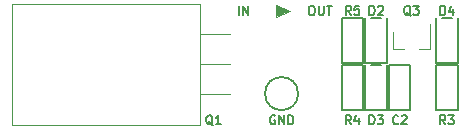
<source format=gto>
%TF.GenerationSoftware,KiCad,Pcbnew,5.1.8*%
%TF.CreationDate,2020-12-29T16:08:40+01:00*%
%TF.ProjectId,RadioPowerProtection,52616469-6f50-46f7-9765-7250726f7465,rev?*%
%TF.SameCoordinates,Original*%
%TF.FileFunction,Legend,Top*%
%TF.FilePolarity,Positive*%
%FSLAX46Y46*%
G04 Gerber Fmt 4.6, Leading zero omitted, Abs format (unit mm)*
G04 Created by KiCad (PCBNEW 5.1.8) date 2020-12-29 16:08:40*
%MOMM*%
%LPD*%
G01*
G04 APERTURE LIST*
%ADD10C,0.100000*%
%ADD11C,0.150000*%
%ADD12C,0.200000*%
%ADD13C,0.120000*%
G04 APERTURE END LIST*
D10*
G36*
X148750000Y-88000000D02*
G01*
X147500000Y-88500000D01*
X147500000Y-87500000D01*
X148750000Y-88000000D01*
G37*
X148750000Y-88000000D02*
X147500000Y-88500000D01*
X147500000Y-87500000D01*
X148750000Y-88000000D01*
D11*
X150500000Y-87589285D02*
X150642857Y-87589285D01*
X150714285Y-87625000D01*
X150785714Y-87696428D01*
X150821428Y-87839285D01*
X150821428Y-88089285D01*
X150785714Y-88232142D01*
X150714285Y-88303571D01*
X150642857Y-88339285D01*
X150500000Y-88339285D01*
X150428571Y-88303571D01*
X150357142Y-88232142D01*
X150321428Y-88089285D01*
X150321428Y-87839285D01*
X150357142Y-87696428D01*
X150428571Y-87625000D01*
X150500000Y-87589285D01*
X151142857Y-87589285D02*
X151142857Y-88196428D01*
X151178571Y-88267857D01*
X151214285Y-88303571D01*
X151285714Y-88339285D01*
X151428571Y-88339285D01*
X151500000Y-88303571D01*
X151535714Y-88267857D01*
X151571428Y-88196428D01*
X151571428Y-87589285D01*
X151821428Y-87589285D02*
X152250000Y-87589285D01*
X152035714Y-88339285D02*
X152035714Y-87589285D01*
X144357142Y-88339285D02*
X144357142Y-87589285D01*
X144714285Y-88339285D02*
X144714285Y-87589285D01*
X145142857Y-88339285D01*
X145142857Y-87589285D01*
D12*
%TO.C,D2*%
X155100000Y-88600000D02*
X155100000Y-92400000D01*
X155100000Y-92400000D02*
X156900000Y-92400000D01*
X156900000Y-92400000D02*
X156900000Y-88600000D01*
X156400000Y-88600000D02*
X155600000Y-88600000D01*
%TO.C,D3*%
X155100000Y-92600000D02*
X155100000Y-96400000D01*
X155100000Y-96400000D02*
X156900000Y-96400000D01*
X156900000Y-96400000D02*
X156900000Y-92600000D01*
X156400000Y-92600000D02*
X155600000Y-92600000D01*
%TO.C,D4*%
X161100000Y-88600000D02*
X161100000Y-92400000D01*
X161100000Y-92400000D02*
X162900000Y-92400000D01*
X162900000Y-92400000D02*
X162900000Y-88600000D01*
X162400000Y-88600000D02*
X161600000Y-88600000D01*
D13*
%TO.C,Q1*%
X141060000Y-89960000D02*
X143600000Y-89960000D01*
X141060000Y-92500000D02*
X143600000Y-92500000D01*
X141060000Y-95040000D02*
X143600000Y-95040000D01*
X125170000Y-87380000D02*
X141060000Y-87380000D01*
X125170000Y-97620000D02*
X141060000Y-97620000D01*
X125170000Y-97620000D02*
X125170000Y-87380000D01*
X141060000Y-97620000D02*
X141060000Y-87380000D01*
D11*
%TO.C,GND*%
X149400000Y-95000000D02*
G75*
G03*
X149400000Y-95000000I-1400000J0D01*
G01*
D12*
%TO.C,R3*%
X161100000Y-96400000D02*
X162900000Y-96400000D01*
X161100000Y-92600000D02*
X161100000Y-96400000D01*
X162900000Y-92600000D02*
X161100000Y-92600000D01*
X162900000Y-96400000D02*
X162900000Y-92600000D01*
D13*
%TO.C,Q3*%
X157420000Y-91260000D02*
X158350000Y-91260000D01*
X160580000Y-91260000D02*
X159650000Y-91260000D01*
X160580000Y-91260000D02*
X160580000Y-89100000D01*
X157420000Y-91260000D02*
X157420000Y-89800000D01*
D12*
%TO.C,R5*%
X153100000Y-92400000D02*
X154900000Y-92400000D01*
X153100000Y-88600000D02*
X153100000Y-92400000D01*
X154900000Y-88600000D02*
X153100000Y-88600000D01*
X154900000Y-92400000D02*
X154900000Y-88600000D01*
%TO.C,R4*%
X153100000Y-96400000D02*
X154900000Y-96400000D01*
X153100000Y-92600000D02*
X153100000Y-96400000D01*
X154900000Y-92600000D02*
X153100000Y-92600000D01*
X154900000Y-96400000D02*
X154900000Y-92600000D01*
%TO.C,C2*%
X157100000Y-96400000D02*
X158900000Y-96400000D01*
X157100000Y-92600000D02*
X157100000Y-96400000D01*
X158900000Y-92600000D02*
X157100000Y-92600000D01*
X158900000Y-96400000D02*
X158900000Y-92600000D01*
%TO.C,D2*%
D11*
X155446428Y-88339285D02*
X155446428Y-87589285D01*
X155625000Y-87589285D01*
X155732142Y-87625000D01*
X155803571Y-87696428D01*
X155839285Y-87767857D01*
X155875000Y-87910714D01*
X155875000Y-88017857D01*
X155839285Y-88160714D01*
X155803571Y-88232142D01*
X155732142Y-88303571D01*
X155625000Y-88339285D01*
X155446428Y-88339285D01*
X156160714Y-87660714D02*
X156196428Y-87625000D01*
X156267857Y-87589285D01*
X156446428Y-87589285D01*
X156517857Y-87625000D01*
X156553571Y-87660714D01*
X156589285Y-87732142D01*
X156589285Y-87803571D01*
X156553571Y-87910714D01*
X156125000Y-88339285D01*
X156589285Y-88339285D01*
%TO.C,D3*%
X155446428Y-97589285D02*
X155446428Y-96839285D01*
X155625000Y-96839285D01*
X155732142Y-96875000D01*
X155803571Y-96946428D01*
X155839285Y-97017857D01*
X155875000Y-97160714D01*
X155875000Y-97267857D01*
X155839285Y-97410714D01*
X155803571Y-97482142D01*
X155732142Y-97553571D01*
X155625000Y-97589285D01*
X155446428Y-97589285D01*
X156125000Y-96839285D02*
X156589285Y-96839285D01*
X156339285Y-97125000D01*
X156446428Y-97125000D01*
X156517857Y-97160714D01*
X156553571Y-97196428D01*
X156589285Y-97267857D01*
X156589285Y-97446428D01*
X156553571Y-97517857D01*
X156517857Y-97553571D01*
X156446428Y-97589285D01*
X156232142Y-97589285D01*
X156160714Y-97553571D01*
X156125000Y-97517857D01*
%TO.C,D4*%
X161446428Y-88339285D02*
X161446428Y-87589285D01*
X161625000Y-87589285D01*
X161732142Y-87625000D01*
X161803571Y-87696428D01*
X161839285Y-87767857D01*
X161875000Y-87910714D01*
X161875000Y-88017857D01*
X161839285Y-88160714D01*
X161803571Y-88232142D01*
X161732142Y-88303571D01*
X161625000Y-88339285D01*
X161446428Y-88339285D01*
X162517857Y-87839285D02*
X162517857Y-88339285D01*
X162339285Y-87553571D02*
X162160714Y-88089285D01*
X162625000Y-88089285D01*
%TO.C,Q1*%
X142178571Y-97660714D02*
X142107142Y-97625000D01*
X142035714Y-97553571D01*
X141928571Y-97446428D01*
X141857142Y-97410714D01*
X141785714Y-97410714D01*
X141821428Y-97589285D02*
X141750000Y-97553571D01*
X141678571Y-97482142D01*
X141642857Y-97339285D01*
X141642857Y-97089285D01*
X141678571Y-96946428D01*
X141750000Y-96875000D01*
X141821428Y-96839285D01*
X141964285Y-96839285D01*
X142035714Y-96875000D01*
X142107142Y-96946428D01*
X142142857Y-97089285D01*
X142142857Y-97339285D01*
X142107142Y-97482142D01*
X142035714Y-97553571D01*
X141964285Y-97589285D01*
X141821428Y-97589285D01*
X142857142Y-97589285D02*
X142428571Y-97589285D01*
X142642857Y-97589285D02*
X142642857Y-96839285D01*
X142571428Y-96946428D01*
X142500000Y-97017857D01*
X142428571Y-97053571D01*
%TO.C,GND*%
X147428571Y-96875000D02*
X147357142Y-96839285D01*
X147250000Y-96839285D01*
X147142857Y-96875000D01*
X147071428Y-96946428D01*
X147035714Y-97017857D01*
X147000000Y-97160714D01*
X147000000Y-97267857D01*
X147035714Y-97410714D01*
X147071428Y-97482142D01*
X147142857Y-97553571D01*
X147250000Y-97589285D01*
X147321428Y-97589285D01*
X147428571Y-97553571D01*
X147464285Y-97517857D01*
X147464285Y-97267857D01*
X147321428Y-97267857D01*
X147785714Y-97589285D02*
X147785714Y-96839285D01*
X148214285Y-97589285D01*
X148214285Y-96839285D01*
X148571428Y-97589285D02*
X148571428Y-96839285D01*
X148750000Y-96839285D01*
X148857142Y-96875000D01*
X148928571Y-96946428D01*
X148964285Y-97017857D01*
X149000000Y-97160714D01*
X149000000Y-97267857D01*
X148964285Y-97410714D01*
X148928571Y-97482142D01*
X148857142Y-97553571D01*
X148750000Y-97589285D01*
X148571428Y-97589285D01*
%TO.C,R3*%
X161875000Y-97589285D02*
X161625000Y-97232142D01*
X161446428Y-97589285D02*
X161446428Y-96839285D01*
X161732142Y-96839285D01*
X161803571Y-96875000D01*
X161839285Y-96910714D01*
X161875000Y-96982142D01*
X161875000Y-97089285D01*
X161839285Y-97160714D01*
X161803571Y-97196428D01*
X161732142Y-97232142D01*
X161446428Y-97232142D01*
X162125000Y-96839285D02*
X162589285Y-96839285D01*
X162339285Y-97125000D01*
X162446428Y-97125000D01*
X162517857Y-97160714D01*
X162553571Y-97196428D01*
X162589285Y-97267857D01*
X162589285Y-97446428D01*
X162553571Y-97517857D01*
X162517857Y-97553571D01*
X162446428Y-97589285D01*
X162232142Y-97589285D01*
X162160714Y-97553571D01*
X162125000Y-97517857D01*
%TO.C,Q3*%
X158928571Y-88410714D02*
X158857142Y-88375000D01*
X158785714Y-88303571D01*
X158678571Y-88196428D01*
X158607142Y-88160714D01*
X158535714Y-88160714D01*
X158571428Y-88339285D02*
X158500000Y-88303571D01*
X158428571Y-88232142D01*
X158392857Y-88089285D01*
X158392857Y-87839285D01*
X158428571Y-87696428D01*
X158500000Y-87625000D01*
X158571428Y-87589285D01*
X158714285Y-87589285D01*
X158785714Y-87625000D01*
X158857142Y-87696428D01*
X158892857Y-87839285D01*
X158892857Y-88089285D01*
X158857142Y-88232142D01*
X158785714Y-88303571D01*
X158714285Y-88339285D01*
X158571428Y-88339285D01*
X159142857Y-87589285D02*
X159607142Y-87589285D01*
X159357142Y-87875000D01*
X159464285Y-87875000D01*
X159535714Y-87910714D01*
X159571428Y-87946428D01*
X159607142Y-88017857D01*
X159607142Y-88196428D01*
X159571428Y-88267857D01*
X159535714Y-88303571D01*
X159464285Y-88339285D01*
X159250000Y-88339285D01*
X159178571Y-88303571D01*
X159142857Y-88267857D01*
%TO.C,R5*%
X153875000Y-88339285D02*
X153625000Y-87982142D01*
X153446428Y-88339285D02*
X153446428Y-87589285D01*
X153732142Y-87589285D01*
X153803571Y-87625000D01*
X153839285Y-87660714D01*
X153875000Y-87732142D01*
X153875000Y-87839285D01*
X153839285Y-87910714D01*
X153803571Y-87946428D01*
X153732142Y-87982142D01*
X153446428Y-87982142D01*
X154553571Y-87589285D02*
X154196428Y-87589285D01*
X154160714Y-87946428D01*
X154196428Y-87910714D01*
X154267857Y-87875000D01*
X154446428Y-87875000D01*
X154517857Y-87910714D01*
X154553571Y-87946428D01*
X154589285Y-88017857D01*
X154589285Y-88196428D01*
X154553571Y-88267857D01*
X154517857Y-88303571D01*
X154446428Y-88339285D01*
X154267857Y-88339285D01*
X154196428Y-88303571D01*
X154160714Y-88267857D01*
%TO.C,R4*%
X153875000Y-97589285D02*
X153625000Y-97232142D01*
X153446428Y-97589285D02*
X153446428Y-96839285D01*
X153732142Y-96839285D01*
X153803571Y-96875000D01*
X153839285Y-96910714D01*
X153875000Y-96982142D01*
X153875000Y-97089285D01*
X153839285Y-97160714D01*
X153803571Y-97196428D01*
X153732142Y-97232142D01*
X153446428Y-97232142D01*
X154517857Y-97089285D02*
X154517857Y-97589285D01*
X154339285Y-96803571D02*
X154160714Y-97339285D01*
X154625000Y-97339285D01*
%TO.C,C2*%
X157875000Y-97517857D02*
X157839285Y-97553571D01*
X157732142Y-97589285D01*
X157660714Y-97589285D01*
X157553571Y-97553571D01*
X157482142Y-97482142D01*
X157446428Y-97410714D01*
X157410714Y-97267857D01*
X157410714Y-97160714D01*
X157446428Y-97017857D01*
X157482142Y-96946428D01*
X157553571Y-96875000D01*
X157660714Y-96839285D01*
X157732142Y-96839285D01*
X157839285Y-96875000D01*
X157875000Y-96910714D01*
X158160714Y-96910714D02*
X158196428Y-96875000D01*
X158267857Y-96839285D01*
X158446428Y-96839285D01*
X158517857Y-96875000D01*
X158553571Y-96910714D01*
X158589285Y-96982142D01*
X158589285Y-97053571D01*
X158553571Y-97160714D01*
X158125000Y-97589285D01*
X158589285Y-97589285D01*
%TD*%
M02*

</source>
